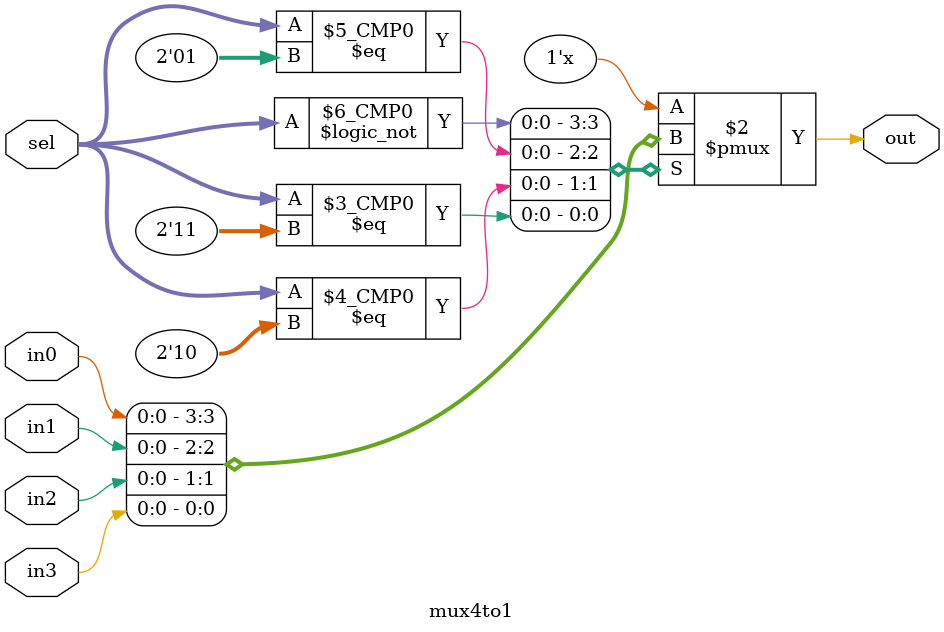
<source format=sv>
module mux4to1 #(
    parameter WIDTH = 1
)
(
    input logic [WIDTH-1:0] in0,
    input logic [WIDTH-1:0] in1,
    input logic [WIDTH-1:0] in2,
    input logic [WIDTH-1:0] in3,
    input logic [1:0] sel,
    output logic [WIDTH-1:0] out
);

always_comb begin
     case (sel)
        2'b00: out = in0;
        2'b01: out = in1;
        2'b10: out = in2;
        2'b11: out = in3;
        default: out = {WIDTH{1'b0}};
    endcase
end

endmodule

</source>
